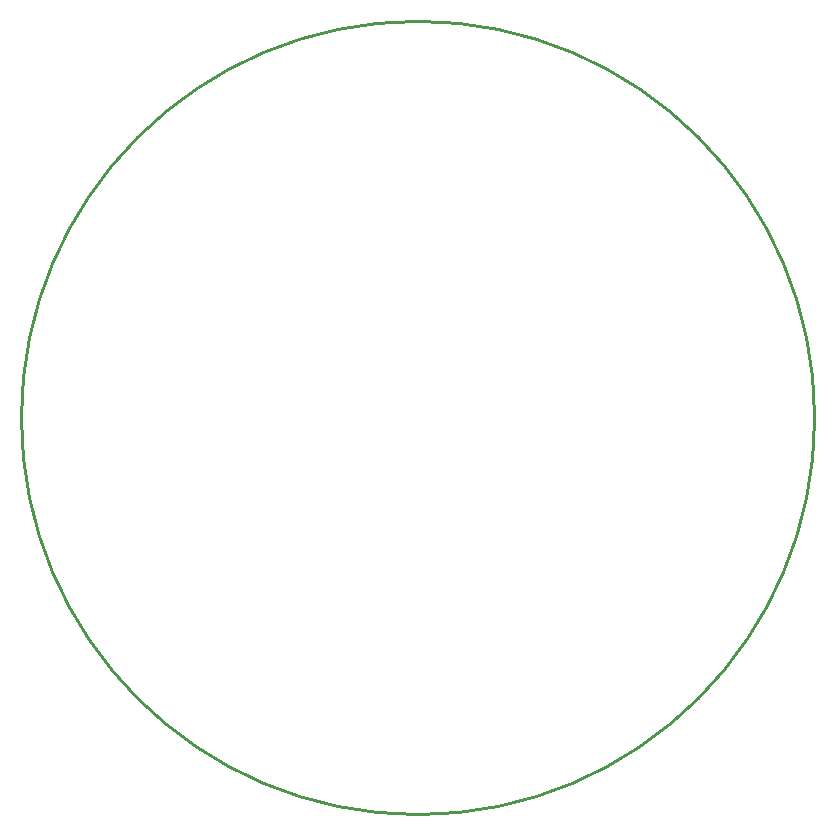
<source format=gko>
G04 Layer: BoardOutline*
G04 EasyEDA v6.4.20.6, 2021-08-11T14:47:25--4:00*
G04 e974da8606444200a0902e9624b14983,f06b2ae44ace4e68bcf10d52e37fd181,10*
G04 Gerber Generator version 0.2*
G04 Scale: 100 percent, Rotated: No, Reflected: No *
G04 Dimensions in millimeters *
G04 leading zeros omitted , absolute positions ,4 integer and 5 decimal *
%FSLAX45Y45*%
%MOMM*%

%ADD10C,0.2540*%
D10*
G75*
G01
X7658100Y3899992D02*
G03X7658100Y3899992I-3358109J0D01*

%LPD*%
M02*

</source>
